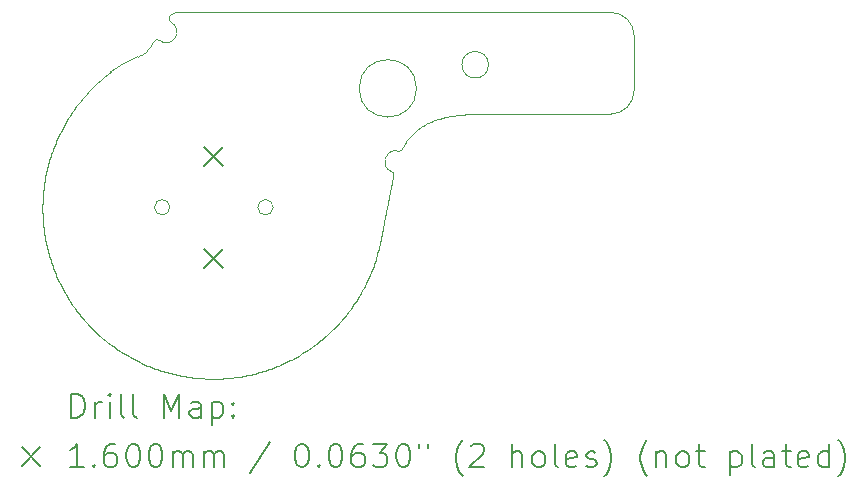
<source format=gbr>
%TF.GenerationSoftware,KiCad,Pcbnew,8.0.2*%
%TF.CreationDate,2024-07-05T17:25:30-07:00*%
%TF.ProjectId,UGC_SubStick,5547435f-5375-4625-9374-69636b2e6b69,rev?*%
%TF.SameCoordinates,Original*%
%TF.FileFunction,Drillmap*%
%TF.FilePolarity,Positive*%
%FSLAX45Y45*%
G04 Gerber Fmt 4.5, Leading zero omitted, Abs format (unit mm)*
G04 Created by KiCad (PCBNEW 8.0.2) date 2024-07-05 17:25:30*
%MOMM*%
%LPD*%
G01*
G04 APERTURE LIST*
%ADD10C,0.100000*%
%ADD11C,0.200000*%
%ADD12C,0.160000*%
G04 APERTURE END LIST*
D10*
X23618272Y-14037382D02*
X23605554Y-14052395D01*
X23593046Y-14067575D01*
X23580749Y-14082920D01*
X23568666Y-14098427D01*
X23556797Y-14114094D01*
X23545144Y-14129920D01*
X23533708Y-14145901D01*
X23522492Y-14162036D01*
X23511496Y-14178322D01*
X23500723Y-14194756D01*
X23490173Y-14211338D01*
X23479849Y-14228064D01*
X23469752Y-14244932D01*
X23459883Y-14261940D01*
X23450244Y-14279086D01*
X23440837Y-14296367D01*
X26241651Y-14687583D02*
X26241343Y-14695279D01*
X26433381Y-14321382D02*
X26442989Y-14313425D01*
X26452798Y-14305743D01*
X26462809Y-14298332D01*
X26473025Y-14291188D01*
X26483450Y-14284307D01*
X26494084Y-14277684D01*
X26504932Y-14271316D01*
X26515996Y-14265197D01*
X26527278Y-14259324D01*
X26538781Y-14253693D01*
X26550508Y-14248298D01*
X26562461Y-14243137D01*
X26574643Y-14238204D01*
X26587056Y-14233495D01*
X26599704Y-14229007D01*
X26612589Y-14224734D01*
X24351769Y-13344745D02*
G75*
G02*
X24425418Y-13317610I73651J-86385D01*
G01*
X26168778Y-15063190D02*
X26171046Y-15051693D01*
X26173313Y-15040196D01*
X26175581Y-15028699D01*
X26177849Y-15017201D01*
X26180116Y-15005704D01*
X26182384Y-14994207D01*
X26184652Y-14982710D01*
X26186919Y-14971212D01*
X26189187Y-14959715D01*
X26191454Y-14948218D01*
X26193722Y-14936721D01*
X26195990Y-14925224D01*
X26198257Y-14913726D01*
X26200525Y-14902229D01*
X26202793Y-14890732D01*
X26205060Y-14879235D01*
X26207328Y-14867737D01*
X26209596Y-14856240D01*
X26211863Y-14844743D01*
X26214131Y-14833246D01*
X26216399Y-14821749D01*
X26218666Y-14810251D01*
X26220934Y-14798754D01*
X26223201Y-14787257D01*
X26225469Y-14775760D01*
X26227737Y-14764262D01*
X26230004Y-14752765D01*
X26232272Y-14741268D01*
X26234540Y-14729771D01*
X26236807Y-14718273D01*
X26239075Y-14706776D01*
X26241343Y-14695279D01*
X26239602Y-14680158D02*
X26241651Y-14687583D01*
X23328678Y-15384999D02*
X23333757Y-15401861D01*
X23339038Y-15418650D01*
X23344521Y-15435365D01*
X23350205Y-15452004D01*
X23356088Y-15468565D01*
X23362170Y-15485047D01*
X23368450Y-15501447D01*
X23374927Y-15517765D01*
X23381600Y-15533998D01*
X23388468Y-15550144D01*
X23395531Y-15566203D01*
X23402787Y-15582171D01*
X23410235Y-15598048D01*
X23417875Y-15613832D01*
X23425705Y-15629520D01*
X23433726Y-15645112D01*
X23441935Y-15660605D01*
X23450332Y-15675998D01*
X23458916Y-15691289D01*
X23467686Y-15706476D01*
X23476642Y-15721558D01*
X23485781Y-15736532D01*
X23495104Y-15751398D01*
X23504610Y-15766153D01*
X23514297Y-15780796D01*
X23524165Y-15795324D01*
X23534212Y-15809737D01*
X23544439Y-15824032D01*
X23554843Y-15838208D01*
X23565424Y-15852263D01*
X23576182Y-15866195D01*
X23587115Y-15880003D01*
X26225809Y-14667115D02*
G75*
G02*
X26268899Y-14490422I32991J85555D01*
G01*
X24545757Y-16410991D02*
X24563254Y-16412934D01*
X24580764Y-16414662D01*
X24598284Y-16416177D01*
X24615813Y-16417478D01*
X24633348Y-16418565D01*
X24650889Y-16419438D01*
X24668432Y-16420098D01*
X24685977Y-16420544D01*
X24703520Y-16420777D01*
X24721061Y-16420797D01*
X24738596Y-16420604D01*
X24756125Y-16420198D01*
X24773645Y-16419579D01*
X24791155Y-16418748D01*
X24808651Y-16417705D01*
X24826134Y-16416449D01*
X24843599Y-16414982D01*
X24861047Y-16413302D01*
X24878474Y-16411411D01*
X24895878Y-16409308D01*
X24913258Y-16406994D01*
X24930612Y-16404468D01*
X24947938Y-16401732D01*
X24965234Y-16398784D01*
X24982498Y-16395625D01*
X24999727Y-16392256D01*
X25016921Y-16388676D01*
X25034077Y-16384886D01*
X25051193Y-16380886D01*
X25068268Y-16376675D01*
X25085298Y-16372254D01*
X25102283Y-16367624D01*
X24014013Y-16239899D02*
X24029475Y-16248342D01*
X24045030Y-16256591D01*
X24060676Y-16264646D01*
X24076412Y-16272506D01*
X24092235Y-16280170D01*
X24108144Y-16287638D01*
X24124136Y-16294910D01*
X24140211Y-16301983D01*
X24156366Y-16308859D01*
X24172599Y-16315537D01*
X24188908Y-16322015D01*
X24205292Y-16328293D01*
X24221749Y-16334371D01*
X24238276Y-16340248D01*
X24254873Y-16345924D01*
X24271536Y-16351397D01*
X24288265Y-16356667D01*
X24305057Y-16361735D01*
X24321910Y-16366598D01*
X24338823Y-16371257D01*
X24355794Y-16375710D01*
X24372821Y-16379958D01*
X24389902Y-16384000D01*
X24407035Y-16387834D01*
X24424219Y-16391461D01*
X24441451Y-16394880D01*
X24458730Y-16398091D01*
X24476053Y-16401092D01*
X24493419Y-16403883D01*
X24510827Y-16406463D01*
X24528273Y-16408833D01*
X24545757Y-16410991D01*
X24358984Y-13402763D02*
G75*
G02*
X24259451Y-13555241I-40594J-82227D01*
G01*
X26612589Y-14224734D02*
X26624927Y-14220908D01*
X26637332Y-14217304D01*
X26649782Y-14213917D01*
X26662255Y-14210739D01*
X26674731Y-14207763D01*
X26687187Y-14204984D01*
X26699603Y-14202395D01*
X26711957Y-14199988D01*
X26724226Y-14197757D01*
X26736391Y-14195696D01*
X26748429Y-14193798D01*
X26760319Y-14192056D01*
X26772039Y-14190464D01*
X26783568Y-14189015D01*
X26794884Y-14187702D01*
X26805966Y-14186519D01*
X26816793Y-14185459D01*
X26827343Y-14184516D01*
X26837594Y-14183683D01*
X26857116Y-14182318D01*
X26875185Y-14181314D01*
X26891631Y-14180616D01*
X26906282Y-14180172D01*
X26918966Y-14179929D01*
X26929510Y-14179832D01*
X26933927Y-14179823D01*
X24212383Y-13557128D02*
X24220597Y-13551110D01*
X24223685Y-13549665D01*
X24204761Y-13568323D02*
X24210075Y-13559638D01*
X24212383Y-13557128D01*
X23277498Y-14829687D02*
X23275802Y-14847193D01*
X23274321Y-14864709D01*
X23273054Y-14882232D01*
X23272001Y-14899761D01*
X23271161Y-14917293D01*
X23270536Y-14934827D01*
X23270124Y-14952362D01*
X23269925Y-14969894D01*
X23269939Y-14987422D01*
X23270167Y-15004944D01*
X23270607Y-15022458D01*
X23271259Y-15039962D01*
X23272124Y-15057454D01*
X23273202Y-15074933D01*
X23274491Y-15092396D01*
X23275992Y-15109842D01*
X23277705Y-15127268D01*
X23279630Y-15144672D01*
X23281765Y-15162054D01*
X23284112Y-15179409D01*
X23286670Y-15196738D01*
X23289439Y-15214037D01*
X23292418Y-15231306D01*
X23295608Y-15248541D01*
X23299007Y-15265741D01*
X23302617Y-15282904D01*
X23306437Y-15300028D01*
X23310467Y-15317112D01*
X23314706Y-15334152D01*
X23319154Y-15351148D01*
X23323812Y-15368098D01*
X23328678Y-15384999D01*
X25223220Y-14968852D02*
G75*
G02*
X25093220Y-14968852I-65000J0D01*
G01*
X25093220Y-14968852D02*
G75*
G02*
X25223220Y-14968852I65000J0D01*
G01*
X23440837Y-14296367D02*
X23432627Y-14311924D01*
X23424612Y-14327571D01*
X23416792Y-14343306D01*
X23409167Y-14359128D01*
X23401739Y-14375034D01*
X23394508Y-14391023D01*
X23387474Y-14407094D01*
X23380639Y-14423243D01*
X23374002Y-14439469D01*
X23367564Y-14455771D01*
X23361326Y-14472146D01*
X23355288Y-14488593D01*
X23349451Y-14505110D01*
X23343816Y-14521694D01*
X23338383Y-14538344D01*
X23333152Y-14555059D01*
X23328125Y-14571836D01*
X23323302Y-14588673D01*
X23318683Y-14605568D01*
X23314269Y-14622521D01*
X23310060Y-14639528D01*
X23306058Y-14656588D01*
X23302262Y-14673699D01*
X23298674Y-14690859D01*
X23295293Y-14708066D01*
X23292121Y-14725319D01*
X23289158Y-14742616D01*
X23286405Y-14759954D01*
X23283861Y-14777332D01*
X23281529Y-14794748D01*
X23279407Y-14812201D01*
X23277498Y-14829687D01*
X23847358Y-13823002D02*
G75*
G02*
X24075760Y-13695442I587362J-783438D01*
G01*
X26233992Y-14672276D02*
X26239602Y-14680158D01*
X24348220Y-14968852D02*
G75*
G02*
X24218220Y-14968852I-65000J0D01*
G01*
X24218220Y-14968852D02*
G75*
G02*
X24348220Y-14968852I65000J0D01*
G01*
X23847358Y-13823002D02*
X23831705Y-13834905D01*
X23816221Y-13847016D01*
X23800908Y-13859333D01*
X23785767Y-13871855D01*
X23770801Y-13884579D01*
X23756011Y-13897504D01*
X23741400Y-13910628D01*
X23726970Y-13923949D01*
X23712723Y-13937465D01*
X23698660Y-13951175D01*
X23684783Y-13965075D01*
X23671096Y-13979165D01*
X23657599Y-13993443D01*
X23644294Y-14007906D01*
X23631185Y-14022553D01*
X23618272Y-14037382D01*
X26933927Y-14179823D02*
X28079541Y-14179823D01*
X26436773Y-13961973D02*
G75*
G02*
X25950773Y-13961973I-243000J0D01*
G01*
X25950773Y-13961973D02*
G75*
G02*
X26436773Y-13961973I243000J0D01*
G01*
X25967520Y-15693868D02*
X25979138Y-15673253D01*
X25990163Y-15653068D01*
X26000620Y-15633276D01*
X26010533Y-15613840D01*
X26019928Y-15594723D01*
X26028829Y-15575888D01*
X26037261Y-15557297D01*
X26045249Y-15538913D01*
X26052819Y-15520699D01*
X26059996Y-15502618D01*
X26066803Y-15484633D01*
X26073267Y-15466707D01*
X26079411Y-15448801D01*
X26085262Y-15430880D01*
X26090844Y-15412906D01*
X26096182Y-15394841D01*
X26101301Y-15376649D01*
X26106226Y-15358293D01*
X26110982Y-15339734D01*
X26115593Y-15320937D01*
X26120086Y-15301864D01*
X26124484Y-15282477D01*
X26128813Y-15262739D01*
X26133098Y-15242614D01*
X26137363Y-15222064D01*
X26141635Y-15201051D01*
X26145936Y-15179540D01*
X26150294Y-15157492D01*
X26154732Y-15134870D01*
X26159275Y-15111637D01*
X26163949Y-15087756D01*
X26168778Y-15063190D01*
X24358984Y-13402763D02*
G75*
G02*
X24351771Y-13344747I15496J31383D01*
G01*
X28079541Y-13317611D02*
X24425418Y-13317611D01*
X25102283Y-16367624D02*
X25119238Y-16362779D01*
X25136123Y-16357730D01*
X25152937Y-16352479D01*
X25169677Y-16347025D01*
X25186342Y-16341370D01*
X25202931Y-16335515D01*
X25219441Y-16329461D01*
X25235871Y-16323208D01*
X25252218Y-16316757D01*
X25268482Y-16310110D01*
X25284661Y-16303267D01*
X25300752Y-16296229D01*
X25316755Y-16288997D01*
X25332666Y-16281572D01*
X25348485Y-16273955D01*
X25364210Y-16266146D01*
X25379839Y-16258146D01*
X25395370Y-16249957D01*
X25410801Y-16241579D01*
X25426131Y-16233013D01*
X25441358Y-16224260D01*
X25456481Y-16215321D01*
X25471497Y-16206197D01*
X25486404Y-16196889D01*
X25501202Y-16187396D01*
X25515887Y-16177722D01*
X25530460Y-16167865D01*
X25544916Y-16157828D01*
X25559256Y-16147611D01*
X25573477Y-16137215D01*
X25587578Y-16126640D01*
X25601556Y-16115888D01*
X26318066Y-14465087D02*
X26323091Y-14456236D01*
X26328344Y-14447304D01*
X26333839Y-14438305D01*
X26339588Y-14429252D01*
X26345605Y-14420160D01*
X26351905Y-14411041D01*
X26358499Y-14401910D01*
X26365403Y-14392779D01*
X26372629Y-14383663D01*
X26380192Y-14374574D01*
X26388104Y-14365527D01*
X26396379Y-14356534D01*
X26405030Y-14347610D01*
X26414072Y-14338767D01*
X26423518Y-14330020D01*
X26433381Y-14321382D01*
X23587115Y-15880003D02*
X23598212Y-15893673D01*
X23609470Y-15907199D01*
X23620886Y-15920581D01*
X23632458Y-15933816D01*
X23644185Y-15946904D01*
X23656066Y-15959843D01*
X23668100Y-15972632D01*
X23680283Y-15985269D01*
X23692616Y-15997754D01*
X23705097Y-16010086D01*
X23717724Y-16022262D01*
X23730496Y-16034282D01*
X23743410Y-16046144D01*
X23756467Y-16057847D01*
X23769664Y-16069390D01*
X23782999Y-16080772D01*
X23796472Y-16091991D01*
X23810080Y-16103046D01*
X23823823Y-16113936D01*
X23837698Y-16124659D01*
X23851705Y-16135215D01*
X23865841Y-16145602D01*
X23880106Y-16155819D01*
X23894497Y-16165864D01*
X23909014Y-16175736D01*
X23923654Y-16185434D01*
X23938417Y-16194957D01*
X23953300Y-16204304D01*
X23968303Y-16213472D01*
X23983424Y-16222462D01*
X23998661Y-16231271D01*
X24014013Y-16239899D01*
X24204761Y-13568323D02*
X24200623Y-13577607D01*
X24196260Y-13586591D01*
X26305545Y-14479838D02*
X26296847Y-14485399D01*
X26288362Y-14488731D01*
X25601556Y-16115888D02*
X25615386Y-16104979D01*
X25629075Y-16093908D01*
X25642621Y-16082676D01*
X25656024Y-16071286D01*
X25669280Y-16059738D01*
X25682390Y-16048035D01*
X25695353Y-16036177D01*
X25708165Y-16024166D01*
X25720828Y-16012004D01*
X25733338Y-15999692D01*
X25745695Y-15987231D01*
X25757898Y-15974623D01*
X25769945Y-15961870D01*
X25781835Y-15948972D01*
X25793567Y-15935932D01*
X25805139Y-15922751D01*
X25816550Y-15909430D01*
X25827799Y-15895971D01*
X25838884Y-15882376D01*
X25849805Y-15868645D01*
X25860559Y-15854781D01*
X25871146Y-15840784D01*
X25881564Y-15826656D01*
X25891812Y-15812400D01*
X25901889Y-15798015D01*
X25911793Y-15783504D01*
X25921523Y-15768868D01*
X25931078Y-15754109D01*
X25940457Y-15739228D01*
X25949657Y-15724227D01*
X25958679Y-15709106D01*
X25967520Y-15693868D01*
X24223685Y-13549665D02*
X24233568Y-13547216D01*
X24236975Y-13547052D01*
X28079541Y-13317611D02*
G75*
G02*
X28279539Y-13517611I-1J-199999D01*
G01*
X28279541Y-13979823D02*
G75*
G02*
X28079541Y-14179821I-200001J3D01*
G01*
X27046427Y-13762138D02*
G75*
G02*
X26821427Y-13762138I-112500J0D01*
G01*
X26821427Y-13762138D02*
G75*
G02*
X27046427Y-13762138I112500J0D01*
G01*
X28279541Y-13979823D02*
X28279541Y-13517611D01*
X26318066Y-14465087D02*
X26312130Y-14473535D01*
X26305545Y-14479838D01*
X24137963Y-13659420D02*
X24129414Y-13665451D01*
X24120175Y-13671738D01*
X24110123Y-13678057D01*
X24099858Y-13683793D01*
X24090113Y-13688703D01*
X24080946Y-13693049D01*
X24075761Y-13695442D01*
X24236975Y-13547052D02*
X24247123Y-13548561D01*
X24248935Y-13549165D01*
X24196260Y-13586591D02*
X24191172Y-13595290D01*
X24185252Y-13605077D01*
X24179738Y-13613673D01*
X24173847Y-13622081D01*
X24172709Y-13623616D01*
X26225809Y-14667115D02*
X26233992Y-14672276D01*
X24248935Y-13549165D02*
X24257956Y-13554052D01*
X24259452Y-13555239D01*
X24172709Y-13623616D02*
X24165770Y-13631311D01*
X24158558Y-13639160D01*
X24151646Y-13646440D01*
X24144528Y-13653493D01*
X24137963Y-13659420D01*
X26288362Y-14488731D02*
X26278102Y-14490581D01*
X26268900Y-14490413D01*
D11*
D12*
X24640720Y-14458852D02*
X24800720Y-14618852D01*
X24800720Y-14458852D02*
X24640720Y-14618852D01*
X24640720Y-15318852D02*
X24800720Y-15478852D01*
X24800720Y-15318852D02*
X24640720Y-15478852D01*
D11*
X23514043Y-16749344D02*
X23514043Y-16549344D01*
X23514043Y-16549344D02*
X23561662Y-16549344D01*
X23561662Y-16549344D02*
X23590233Y-16558868D01*
X23590233Y-16558868D02*
X23609281Y-16577916D01*
X23609281Y-16577916D02*
X23618805Y-16596963D01*
X23618805Y-16596963D02*
X23628329Y-16635059D01*
X23628329Y-16635059D02*
X23628329Y-16663630D01*
X23628329Y-16663630D02*
X23618805Y-16701725D01*
X23618805Y-16701725D02*
X23609281Y-16720773D01*
X23609281Y-16720773D02*
X23590233Y-16739821D01*
X23590233Y-16739821D02*
X23561662Y-16749344D01*
X23561662Y-16749344D02*
X23514043Y-16749344D01*
X23714043Y-16749344D02*
X23714043Y-16616011D01*
X23714043Y-16654106D02*
X23723567Y-16635059D01*
X23723567Y-16635059D02*
X23733090Y-16625535D01*
X23733090Y-16625535D02*
X23752138Y-16616011D01*
X23752138Y-16616011D02*
X23771186Y-16616011D01*
X23837852Y-16749344D02*
X23837852Y-16616011D01*
X23837852Y-16549344D02*
X23828329Y-16558868D01*
X23828329Y-16558868D02*
X23837852Y-16568392D01*
X23837852Y-16568392D02*
X23847376Y-16558868D01*
X23847376Y-16558868D02*
X23837852Y-16549344D01*
X23837852Y-16549344D02*
X23837852Y-16568392D01*
X23961662Y-16749344D02*
X23942614Y-16739821D01*
X23942614Y-16739821D02*
X23933090Y-16720773D01*
X23933090Y-16720773D02*
X23933090Y-16549344D01*
X24066424Y-16749344D02*
X24047376Y-16739821D01*
X24047376Y-16739821D02*
X24037852Y-16720773D01*
X24037852Y-16720773D02*
X24037852Y-16549344D01*
X24294995Y-16749344D02*
X24294995Y-16549344D01*
X24294995Y-16549344D02*
X24361662Y-16692202D01*
X24361662Y-16692202D02*
X24428329Y-16549344D01*
X24428329Y-16549344D02*
X24428329Y-16749344D01*
X24609281Y-16749344D02*
X24609281Y-16644583D01*
X24609281Y-16644583D02*
X24599757Y-16625535D01*
X24599757Y-16625535D02*
X24580710Y-16616011D01*
X24580710Y-16616011D02*
X24542614Y-16616011D01*
X24542614Y-16616011D02*
X24523567Y-16625535D01*
X24609281Y-16739821D02*
X24590233Y-16749344D01*
X24590233Y-16749344D02*
X24542614Y-16749344D01*
X24542614Y-16749344D02*
X24523567Y-16739821D01*
X24523567Y-16739821D02*
X24514043Y-16720773D01*
X24514043Y-16720773D02*
X24514043Y-16701725D01*
X24514043Y-16701725D02*
X24523567Y-16682678D01*
X24523567Y-16682678D02*
X24542614Y-16673154D01*
X24542614Y-16673154D02*
X24590233Y-16673154D01*
X24590233Y-16673154D02*
X24609281Y-16663630D01*
X24704519Y-16616011D02*
X24704519Y-16816011D01*
X24704519Y-16625535D02*
X24723567Y-16616011D01*
X24723567Y-16616011D02*
X24761662Y-16616011D01*
X24761662Y-16616011D02*
X24780710Y-16625535D01*
X24780710Y-16625535D02*
X24790233Y-16635059D01*
X24790233Y-16635059D02*
X24799757Y-16654106D01*
X24799757Y-16654106D02*
X24799757Y-16711249D01*
X24799757Y-16711249D02*
X24790233Y-16730297D01*
X24790233Y-16730297D02*
X24780710Y-16739821D01*
X24780710Y-16739821D02*
X24761662Y-16749344D01*
X24761662Y-16749344D02*
X24723567Y-16749344D01*
X24723567Y-16749344D02*
X24704519Y-16739821D01*
X24885471Y-16730297D02*
X24894995Y-16739821D01*
X24894995Y-16739821D02*
X24885471Y-16749344D01*
X24885471Y-16749344D02*
X24875948Y-16739821D01*
X24875948Y-16739821D02*
X24885471Y-16730297D01*
X24885471Y-16730297D02*
X24885471Y-16749344D01*
X24885471Y-16625535D02*
X24894995Y-16635059D01*
X24894995Y-16635059D02*
X24885471Y-16644583D01*
X24885471Y-16644583D02*
X24875948Y-16635059D01*
X24875948Y-16635059D02*
X24885471Y-16625535D01*
X24885471Y-16625535D02*
X24885471Y-16644583D01*
D12*
X23093266Y-16997861D02*
X23253266Y-17157861D01*
X23253266Y-16997861D02*
X23093266Y-17157861D01*
D11*
X23618805Y-17169345D02*
X23504519Y-17169345D01*
X23561662Y-17169345D02*
X23561662Y-16969345D01*
X23561662Y-16969345D02*
X23542614Y-16997916D01*
X23542614Y-16997916D02*
X23523567Y-17016964D01*
X23523567Y-17016964D02*
X23504519Y-17026487D01*
X23704519Y-17150297D02*
X23714043Y-17159821D01*
X23714043Y-17159821D02*
X23704519Y-17169345D01*
X23704519Y-17169345D02*
X23694995Y-17159821D01*
X23694995Y-17159821D02*
X23704519Y-17150297D01*
X23704519Y-17150297D02*
X23704519Y-17169345D01*
X23885471Y-16969345D02*
X23847376Y-16969345D01*
X23847376Y-16969345D02*
X23828329Y-16978868D01*
X23828329Y-16978868D02*
X23818805Y-16988392D01*
X23818805Y-16988392D02*
X23799757Y-17016964D01*
X23799757Y-17016964D02*
X23790233Y-17055059D01*
X23790233Y-17055059D02*
X23790233Y-17131249D01*
X23790233Y-17131249D02*
X23799757Y-17150297D01*
X23799757Y-17150297D02*
X23809281Y-17159821D01*
X23809281Y-17159821D02*
X23828329Y-17169345D01*
X23828329Y-17169345D02*
X23866424Y-17169345D01*
X23866424Y-17169345D02*
X23885471Y-17159821D01*
X23885471Y-17159821D02*
X23894995Y-17150297D01*
X23894995Y-17150297D02*
X23904519Y-17131249D01*
X23904519Y-17131249D02*
X23904519Y-17083630D01*
X23904519Y-17083630D02*
X23894995Y-17064583D01*
X23894995Y-17064583D02*
X23885471Y-17055059D01*
X23885471Y-17055059D02*
X23866424Y-17045535D01*
X23866424Y-17045535D02*
X23828329Y-17045535D01*
X23828329Y-17045535D02*
X23809281Y-17055059D01*
X23809281Y-17055059D02*
X23799757Y-17064583D01*
X23799757Y-17064583D02*
X23790233Y-17083630D01*
X24028329Y-16969345D02*
X24047376Y-16969345D01*
X24047376Y-16969345D02*
X24066424Y-16978868D01*
X24066424Y-16978868D02*
X24075948Y-16988392D01*
X24075948Y-16988392D02*
X24085471Y-17007440D01*
X24085471Y-17007440D02*
X24094995Y-17045535D01*
X24094995Y-17045535D02*
X24094995Y-17093154D01*
X24094995Y-17093154D02*
X24085471Y-17131249D01*
X24085471Y-17131249D02*
X24075948Y-17150297D01*
X24075948Y-17150297D02*
X24066424Y-17159821D01*
X24066424Y-17159821D02*
X24047376Y-17169345D01*
X24047376Y-17169345D02*
X24028329Y-17169345D01*
X24028329Y-17169345D02*
X24009281Y-17159821D01*
X24009281Y-17159821D02*
X23999757Y-17150297D01*
X23999757Y-17150297D02*
X23990233Y-17131249D01*
X23990233Y-17131249D02*
X23980710Y-17093154D01*
X23980710Y-17093154D02*
X23980710Y-17045535D01*
X23980710Y-17045535D02*
X23990233Y-17007440D01*
X23990233Y-17007440D02*
X23999757Y-16988392D01*
X23999757Y-16988392D02*
X24009281Y-16978868D01*
X24009281Y-16978868D02*
X24028329Y-16969345D01*
X24218805Y-16969345D02*
X24237852Y-16969345D01*
X24237852Y-16969345D02*
X24256900Y-16978868D01*
X24256900Y-16978868D02*
X24266424Y-16988392D01*
X24266424Y-16988392D02*
X24275948Y-17007440D01*
X24275948Y-17007440D02*
X24285471Y-17045535D01*
X24285471Y-17045535D02*
X24285471Y-17093154D01*
X24285471Y-17093154D02*
X24275948Y-17131249D01*
X24275948Y-17131249D02*
X24266424Y-17150297D01*
X24266424Y-17150297D02*
X24256900Y-17159821D01*
X24256900Y-17159821D02*
X24237852Y-17169345D01*
X24237852Y-17169345D02*
X24218805Y-17169345D01*
X24218805Y-17169345D02*
X24199757Y-17159821D01*
X24199757Y-17159821D02*
X24190233Y-17150297D01*
X24190233Y-17150297D02*
X24180710Y-17131249D01*
X24180710Y-17131249D02*
X24171186Y-17093154D01*
X24171186Y-17093154D02*
X24171186Y-17045535D01*
X24171186Y-17045535D02*
X24180710Y-17007440D01*
X24180710Y-17007440D02*
X24190233Y-16988392D01*
X24190233Y-16988392D02*
X24199757Y-16978868D01*
X24199757Y-16978868D02*
X24218805Y-16969345D01*
X24371186Y-17169345D02*
X24371186Y-17036011D01*
X24371186Y-17055059D02*
X24380710Y-17045535D01*
X24380710Y-17045535D02*
X24399757Y-17036011D01*
X24399757Y-17036011D02*
X24428329Y-17036011D01*
X24428329Y-17036011D02*
X24447376Y-17045535D01*
X24447376Y-17045535D02*
X24456900Y-17064583D01*
X24456900Y-17064583D02*
X24456900Y-17169345D01*
X24456900Y-17064583D02*
X24466424Y-17045535D01*
X24466424Y-17045535D02*
X24485471Y-17036011D01*
X24485471Y-17036011D02*
X24514043Y-17036011D01*
X24514043Y-17036011D02*
X24533091Y-17045535D01*
X24533091Y-17045535D02*
X24542614Y-17064583D01*
X24542614Y-17064583D02*
X24542614Y-17169345D01*
X24637852Y-17169345D02*
X24637852Y-17036011D01*
X24637852Y-17055059D02*
X24647376Y-17045535D01*
X24647376Y-17045535D02*
X24666424Y-17036011D01*
X24666424Y-17036011D02*
X24694995Y-17036011D01*
X24694995Y-17036011D02*
X24714043Y-17045535D01*
X24714043Y-17045535D02*
X24723567Y-17064583D01*
X24723567Y-17064583D02*
X24723567Y-17169345D01*
X24723567Y-17064583D02*
X24733091Y-17045535D01*
X24733091Y-17045535D02*
X24752138Y-17036011D01*
X24752138Y-17036011D02*
X24780710Y-17036011D01*
X24780710Y-17036011D02*
X24799757Y-17045535D01*
X24799757Y-17045535D02*
X24809281Y-17064583D01*
X24809281Y-17064583D02*
X24809281Y-17169345D01*
X25199757Y-16959821D02*
X25028329Y-17216964D01*
X25456900Y-16969345D02*
X25475948Y-16969345D01*
X25475948Y-16969345D02*
X25494995Y-16978868D01*
X25494995Y-16978868D02*
X25504519Y-16988392D01*
X25504519Y-16988392D02*
X25514043Y-17007440D01*
X25514043Y-17007440D02*
X25523567Y-17045535D01*
X25523567Y-17045535D02*
X25523567Y-17093154D01*
X25523567Y-17093154D02*
X25514043Y-17131249D01*
X25514043Y-17131249D02*
X25504519Y-17150297D01*
X25504519Y-17150297D02*
X25494995Y-17159821D01*
X25494995Y-17159821D02*
X25475948Y-17169345D01*
X25475948Y-17169345D02*
X25456900Y-17169345D01*
X25456900Y-17169345D02*
X25437853Y-17159821D01*
X25437853Y-17159821D02*
X25428329Y-17150297D01*
X25428329Y-17150297D02*
X25418805Y-17131249D01*
X25418805Y-17131249D02*
X25409281Y-17093154D01*
X25409281Y-17093154D02*
X25409281Y-17045535D01*
X25409281Y-17045535D02*
X25418805Y-17007440D01*
X25418805Y-17007440D02*
X25428329Y-16988392D01*
X25428329Y-16988392D02*
X25437853Y-16978868D01*
X25437853Y-16978868D02*
X25456900Y-16969345D01*
X25609281Y-17150297D02*
X25618805Y-17159821D01*
X25618805Y-17159821D02*
X25609281Y-17169345D01*
X25609281Y-17169345D02*
X25599757Y-17159821D01*
X25599757Y-17159821D02*
X25609281Y-17150297D01*
X25609281Y-17150297D02*
X25609281Y-17169345D01*
X25742614Y-16969345D02*
X25761662Y-16969345D01*
X25761662Y-16969345D02*
X25780710Y-16978868D01*
X25780710Y-16978868D02*
X25790234Y-16988392D01*
X25790234Y-16988392D02*
X25799757Y-17007440D01*
X25799757Y-17007440D02*
X25809281Y-17045535D01*
X25809281Y-17045535D02*
X25809281Y-17093154D01*
X25809281Y-17093154D02*
X25799757Y-17131249D01*
X25799757Y-17131249D02*
X25790234Y-17150297D01*
X25790234Y-17150297D02*
X25780710Y-17159821D01*
X25780710Y-17159821D02*
X25761662Y-17169345D01*
X25761662Y-17169345D02*
X25742614Y-17169345D01*
X25742614Y-17169345D02*
X25723567Y-17159821D01*
X25723567Y-17159821D02*
X25714043Y-17150297D01*
X25714043Y-17150297D02*
X25704519Y-17131249D01*
X25704519Y-17131249D02*
X25694995Y-17093154D01*
X25694995Y-17093154D02*
X25694995Y-17045535D01*
X25694995Y-17045535D02*
X25704519Y-17007440D01*
X25704519Y-17007440D02*
X25714043Y-16988392D01*
X25714043Y-16988392D02*
X25723567Y-16978868D01*
X25723567Y-16978868D02*
X25742614Y-16969345D01*
X25980710Y-16969345D02*
X25942614Y-16969345D01*
X25942614Y-16969345D02*
X25923567Y-16978868D01*
X25923567Y-16978868D02*
X25914043Y-16988392D01*
X25914043Y-16988392D02*
X25894995Y-17016964D01*
X25894995Y-17016964D02*
X25885472Y-17055059D01*
X25885472Y-17055059D02*
X25885472Y-17131249D01*
X25885472Y-17131249D02*
X25894995Y-17150297D01*
X25894995Y-17150297D02*
X25904519Y-17159821D01*
X25904519Y-17159821D02*
X25923567Y-17169345D01*
X25923567Y-17169345D02*
X25961662Y-17169345D01*
X25961662Y-17169345D02*
X25980710Y-17159821D01*
X25980710Y-17159821D02*
X25990234Y-17150297D01*
X25990234Y-17150297D02*
X25999757Y-17131249D01*
X25999757Y-17131249D02*
X25999757Y-17083630D01*
X25999757Y-17083630D02*
X25990234Y-17064583D01*
X25990234Y-17064583D02*
X25980710Y-17055059D01*
X25980710Y-17055059D02*
X25961662Y-17045535D01*
X25961662Y-17045535D02*
X25923567Y-17045535D01*
X25923567Y-17045535D02*
X25904519Y-17055059D01*
X25904519Y-17055059D02*
X25894995Y-17064583D01*
X25894995Y-17064583D02*
X25885472Y-17083630D01*
X26066424Y-16969345D02*
X26190234Y-16969345D01*
X26190234Y-16969345D02*
X26123567Y-17045535D01*
X26123567Y-17045535D02*
X26152138Y-17045535D01*
X26152138Y-17045535D02*
X26171186Y-17055059D01*
X26171186Y-17055059D02*
X26180710Y-17064583D01*
X26180710Y-17064583D02*
X26190234Y-17083630D01*
X26190234Y-17083630D02*
X26190234Y-17131249D01*
X26190234Y-17131249D02*
X26180710Y-17150297D01*
X26180710Y-17150297D02*
X26171186Y-17159821D01*
X26171186Y-17159821D02*
X26152138Y-17169345D01*
X26152138Y-17169345D02*
X26094995Y-17169345D01*
X26094995Y-17169345D02*
X26075948Y-17159821D01*
X26075948Y-17159821D02*
X26066424Y-17150297D01*
X26314043Y-16969345D02*
X26333091Y-16969345D01*
X26333091Y-16969345D02*
X26352138Y-16978868D01*
X26352138Y-16978868D02*
X26361662Y-16988392D01*
X26361662Y-16988392D02*
X26371186Y-17007440D01*
X26371186Y-17007440D02*
X26380710Y-17045535D01*
X26380710Y-17045535D02*
X26380710Y-17093154D01*
X26380710Y-17093154D02*
X26371186Y-17131249D01*
X26371186Y-17131249D02*
X26361662Y-17150297D01*
X26361662Y-17150297D02*
X26352138Y-17159821D01*
X26352138Y-17159821D02*
X26333091Y-17169345D01*
X26333091Y-17169345D02*
X26314043Y-17169345D01*
X26314043Y-17169345D02*
X26294995Y-17159821D01*
X26294995Y-17159821D02*
X26285472Y-17150297D01*
X26285472Y-17150297D02*
X26275948Y-17131249D01*
X26275948Y-17131249D02*
X26266424Y-17093154D01*
X26266424Y-17093154D02*
X26266424Y-17045535D01*
X26266424Y-17045535D02*
X26275948Y-17007440D01*
X26275948Y-17007440D02*
X26285472Y-16988392D01*
X26285472Y-16988392D02*
X26294995Y-16978868D01*
X26294995Y-16978868D02*
X26314043Y-16969345D01*
X26456900Y-16969345D02*
X26456900Y-17007440D01*
X26533091Y-16969345D02*
X26533091Y-17007440D01*
X26828329Y-17245535D02*
X26818805Y-17236011D01*
X26818805Y-17236011D02*
X26799757Y-17207440D01*
X26799757Y-17207440D02*
X26790234Y-17188392D01*
X26790234Y-17188392D02*
X26780710Y-17159821D01*
X26780710Y-17159821D02*
X26771186Y-17112202D01*
X26771186Y-17112202D02*
X26771186Y-17074106D01*
X26771186Y-17074106D02*
X26780710Y-17026487D01*
X26780710Y-17026487D02*
X26790234Y-16997916D01*
X26790234Y-16997916D02*
X26799757Y-16978868D01*
X26799757Y-16978868D02*
X26818805Y-16950297D01*
X26818805Y-16950297D02*
X26828329Y-16940773D01*
X26894996Y-16988392D02*
X26904519Y-16978868D01*
X26904519Y-16978868D02*
X26923567Y-16969345D01*
X26923567Y-16969345D02*
X26971186Y-16969345D01*
X26971186Y-16969345D02*
X26990234Y-16978868D01*
X26990234Y-16978868D02*
X26999757Y-16988392D01*
X26999757Y-16988392D02*
X27009281Y-17007440D01*
X27009281Y-17007440D02*
X27009281Y-17026487D01*
X27009281Y-17026487D02*
X26999757Y-17055059D01*
X26999757Y-17055059D02*
X26885472Y-17169345D01*
X26885472Y-17169345D02*
X27009281Y-17169345D01*
X27247377Y-17169345D02*
X27247377Y-16969345D01*
X27333091Y-17169345D02*
X27333091Y-17064583D01*
X27333091Y-17064583D02*
X27323567Y-17045535D01*
X27323567Y-17045535D02*
X27304519Y-17036011D01*
X27304519Y-17036011D02*
X27275948Y-17036011D01*
X27275948Y-17036011D02*
X27256900Y-17045535D01*
X27256900Y-17045535D02*
X27247377Y-17055059D01*
X27456900Y-17169345D02*
X27437853Y-17159821D01*
X27437853Y-17159821D02*
X27428329Y-17150297D01*
X27428329Y-17150297D02*
X27418805Y-17131249D01*
X27418805Y-17131249D02*
X27418805Y-17074106D01*
X27418805Y-17074106D02*
X27428329Y-17055059D01*
X27428329Y-17055059D02*
X27437853Y-17045535D01*
X27437853Y-17045535D02*
X27456900Y-17036011D01*
X27456900Y-17036011D02*
X27485472Y-17036011D01*
X27485472Y-17036011D02*
X27504519Y-17045535D01*
X27504519Y-17045535D02*
X27514043Y-17055059D01*
X27514043Y-17055059D02*
X27523567Y-17074106D01*
X27523567Y-17074106D02*
X27523567Y-17131249D01*
X27523567Y-17131249D02*
X27514043Y-17150297D01*
X27514043Y-17150297D02*
X27504519Y-17159821D01*
X27504519Y-17159821D02*
X27485472Y-17169345D01*
X27485472Y-17169345D02*
X27456900Y-17169345D01*
X27637853Y-17169345D02*
X27618805Y-17159821D01*
X27618805Y-17159821D02*
X27609281Y-17140773D01*
X27609281Y-17140773D02*
X27609281Y-16969345D01*
X27790234Y-17159821D02*
X27771186Y-17169345D01*
X27771186Y-17169345D02*
X27733091Y-17169345D01*
X27733091Y-17169345D02*
X27714043Y-17159821D01*
X27714043Y-17159821D02*
X27704519Y-17140773D01*
X27704519Y-17140773D02*
X27704519Y-17064583D01*
X27704519Y-17064583D02*
X27714043Y-17045535D01*
X27714043Y-17045535D02*
X27733091Y-17036011D01*
X27733091Y-17036011D02*
X27771186Y-17036011D01*
X27771186Y-17036011D02*
X27790234Y-17045535D01*
X27790234Y-17045535D02*
X27799758Y-17064583D01*
X27799758Y-17064583D02*
X27799758Y-17083630D01*
X27799758Y-17083630D02*
X27704519Y-17102678D01*
X27875948Y-17159821D02*
X27894996Y-17169345D01*
X27894996Y-17169345D02*
X27933091Y-17169345D01*
X27933091Y-17169345D02*
X27952139Y-17159821D01*
X27952139Y-17159821D02*
X27961662Y-17140773D01*
X27961662Y-17140773D02*
X27961662Y-17131249D01*
X27961662Y-17131249D02*
X27952139Y-17112202D01*
X27952139Y-17112202D02*
X27933091Y-17102678D01*
X27933091Y-17102678D02*
X27904519Y-17102678D01*
X27904519Y-17102678D02*
X27885472Y-17093154D01*
X27885472Y-17093154D02*
X27875948Y-17074106D01*
X27875948Y-17074106D02*
X27875948Y-17064583D01*
X27875948Y-17064583D02*
X27885472Y-17045535D01*
X27885472Y-17045535D02*
X27904519Y-17036011D01*
X27904519Y-17036011D02*
X27933091Y-17036011D01*
X27933091Y-17036011D02*
X27952139Y-17045535D01*
X28028329Y-17245535D02*
X28037853Y-17236011D01*
X28037853Y-17236011D02*
X28056900Y-17207440D01*
X28056900Y-17207440D02*
X28066424Y-17188392D01*
X28066424Y-17188392D02*
X28075948Y-17159821D01*
X28075948Y-17159821D02*
X28085472Y-17112202D01*
X28085472Y-17112202D02*
X28085472Y-17074106D01*
X28085472Y-17074106D02*
X28075948Y-17026487D01*
X28075948Y-17026487D02*
X28066424Y-16997916D01*
X28066424Y-16997916D02*
X28056900Y-16978868D01*
X28056900Y-16978868D02*
X28037853Y-16950297D01*
X28037853Y-16950297D02*
X28028329Y-16940773D01*
X28390234Y-17245535D02*
X28380710Y-17236011D01*
X28380710Y-17236011D02*
X28361662Y-17207440D01*
X28361662Y-17207440D02*
X28352139Y-17188392D01*
X28352139Y-17188392D02*
X28342615Y-17159821D01*
X28342615Y-17159821D02*
X28333091Y-17112202D01*
X28333091Y-17112202D02*
X28333091Y-17074106D01*
X28333091Y-17074106D02*
X28342615Y-17026487D01*
X28342615Y-17026487D02*
X28352139Y-16997916D01*
X28352139Y-16997916D02*
X28361662Y-16978868D01*
X28361662Y-16978868D02*
X28380710Y-16950297D01*
X28380710Y-16950297D02*
X28390234Y-16940773D01*
X28466424Y-17036011D02*
X28466424Y-17169345D01*
X28466424Y-17055059D02*
X28475948Y-17045535D01*
X28475948Y-17045535D02*
X28494996Y-17036011D01*
X28494996Y-17036011D02*
X28523567Y-17036011D01*
X28523567Y-17036011D02*
X28542615Y-17045535D01*
X28542615Y-17045535D02*
X28552139Y-17064583D01*
X28552139Y-17064583D02*
X28552139Y-17169345D01*
X28675948Y-17169345D02*
X28656900Y-17159821D01*
X28656900Y-17159821D02*
X28647377Y-17150297D01*
X28647377Y-17150297D02*
X28637853Y-17131249D01*
X28637853Y-17131249D02*
X28637853Y-17074106D01*
X28637853Y-17074106D02*
X28647377Y-17055059D01*
X28647377Y-17055059D02*
X28656900Y-17045535D01*
X28656900Y-17045535D02*
X28675948Y-17036011D01*
X28675948Y-17036011D02*
X28704520Y-17036011D01*
X28704520Y-17036011D02*
X28723567Y-17045535D01*
X28723567Y-17045535D02*
X28733091Y-17055059D01*
X28733091Y-17055059D02*
X28742615Y-17074106D01*
X28742615Y-17074106D02*
X28742615Y-17131249D01*
X28742615Y-17131249D02*
X28733091Y-17150297D01*
X28733091Y-17150297D02*
X28723567Y-17159821D01*
X28723567Y-17159821D02*
X28704520Y-17169345D01*
X28704520Y-17169345D02*
X28675948Y-17169345D01*
X28799758Y-17036011D02*
X28875948Y-17036011D01*
X28828329Y-16969345D02*
X28828329Y-17140773D01*
X28828329Y-17140773D02*
X28837853Y-17159821D01*
X28837853Y-17159821D02*
X28856900Y-17169345D01*
X28856900Y-17169345D02*
X28875948Y-17169345D01*
X29094996Y-17036011D02*
X29094996Y-17236011D01*
X29094996Y-17045535D02*
X29114043Y-17036011D01*
X29114043Y-17036011D02*
X29152139Y-17036011D01*
X29152139Y-17036011D02*
X29171186Y-17045535D01*
X29171186Y-17045535D02*
X29180710Y-17055059D01*
X29180710Y-17055059D02*
X29190234Y-17074106D01*
X29190234Y-17074106D02*
X29190234Y-17131249D01*
X29190234Y-17131249D02*
X29180710Y-17150297D01*
X29180710Y-17150297D02*
X29171186Y-17159821D01*
X29171186Y-17159821D02*
X29152139Y-17169345D01*
X29152139Y-17169345D02*
X29114043Y-17169345D01*
X29114043Y-17169345D02*
X29094996Y-17159821D01*
X29304520Y-17169345D02*
X29285472Y-17159821D01*
X29285472Y-17159821D02*
X29275948Y-17140773D01*
X29275948Y-17140773D02*
X29275948Y-16969345D01*
X29466424Y-17169345D02*
X29466424Y-17064583D01*
X29466424Y-17064583D02*
X29456901Y-17045535D01*
X29456901Y-17045535D02*
X29437853Y-17036011D01*
X29437853Y-17036011D02*
X29399758Y-17036011D01*
X29399758Y-17036011D02*
X29380710Y-17045535D01*
X29466424Y-17159821D02*
X29447377Y-17169345D01*
X29447377Y-17169345D02*
X29399758Y-17169345D01*
X29399758Y-17169345D02*
X29380710Y-17159821D01*
X29380710Y-17159821D02*
X29371186Y-17140773D01*
X29371186Y-17140773D02*
X29371186Y-17121725D01*
X29371186Y-17121725D02*
X29380710Y-17102678D01*
X29380710Y-17102678D02*
X29399758Y-17093154D01*
X29399758Y-17093154D02*
X29447377Y-17093154D01*
X29447377Y-17093154D02*
X29466424Y-17083630D01*
X29533091Y-17036011D02*
X29609281Y-17036011D01*
X29561662Y-16969345D02*
X29561662Y-17140773D01*
X29561662Y-17140773D02*
X29571186Y-17159821D01*
X29571186Y-17159821D02*
X29590234Y-17169345D01*
X29590234Y-17169345D02*
X29609281Y-17169345D01*
X29752139Y-17159821D02*
X29733091Y-17169345D01*
X29733091Y-17169345D02*
X29694996Y-17169345D01*
X29694996Y-17169345D02*
X29675948Y-17159821D01*
X29675948Y-17159821D02*
X29666424Y-17140773D01*
X29666424Y-17140773D02*
X29666424Y-17064583D01*
X29666424Y-17064583D02*
X29675948Y-17045535D01*
X29675948Y-17045535D02*
X29694996Y-17036011D01*
X29694996Y-17036011D02*
X29733091Y-17036011D01*
X29733091Y-17036011D02*
X29752139Y-17045535D01*
X29752139Y-17045535D02*
X29761662Y-17064583D01*
X29761662Y-17064583D02*
X29761662Y-17083630D01*
X29761662Y-17083630D02*
X29666424Y-17102678D01*
X29933091Y-17169345D02*
X29933091Y-16969345D01*
X29933091Y-17159821D02*
X29914043Y-17169345D01*
X29914043Y-17169345D02*
X29875948Y-17169345D01*
X29875948Y-17169345D02*
X29856901Y-17159821D01*
X29856901Y-17159821D02*
X29847377Y-17150297D01*
X29847377Y-17150297D02*
X29837853Y-17131249D01*
X29837853Y-17131249D02*
X29837853Y-17074106D01*
X29837853Y-17074106D02*
X29847377Y-17055059D01*
X29847377Y-17055059D02*
X29856901Y-17045535D01*
X29856901Y-17045535D02*
X29875948Y-17036011D01*
X29875948Y-17036011D02*
X29914043Y-17036011D01*
X29914043Y-17036011D02*
X29933091Y-17045535D01*
X30009282Y-17245535D02*
X30018805Y-17236011D01*
X30018805Y-17236011D02*
X30037853Y-17207440D01*
X30037853Y-17207440D02*
X30047377Y-17188392D01*
X30047377Y-17188392D02*
X30056901Y-17159821D01*
X30056901Y-17159821D02*
X30066424Y-17112202D01*
X30066424Y-17112202D02*
X30066424Y-17074106D01*
X30066424Y-17074106D02*
X30056901Y-17026487D01*
X30056901Y-17026487D02*
X30047377Y-16997916D01*
X30047377Y-16997916D02*
X30037853Y-16978868D01*
X30037853Y-16978868D02*
X30018805Y-16950297D01*
X30018805Y-16950297D02*
X30009282Y-16940773D01*
M02*

</source>
